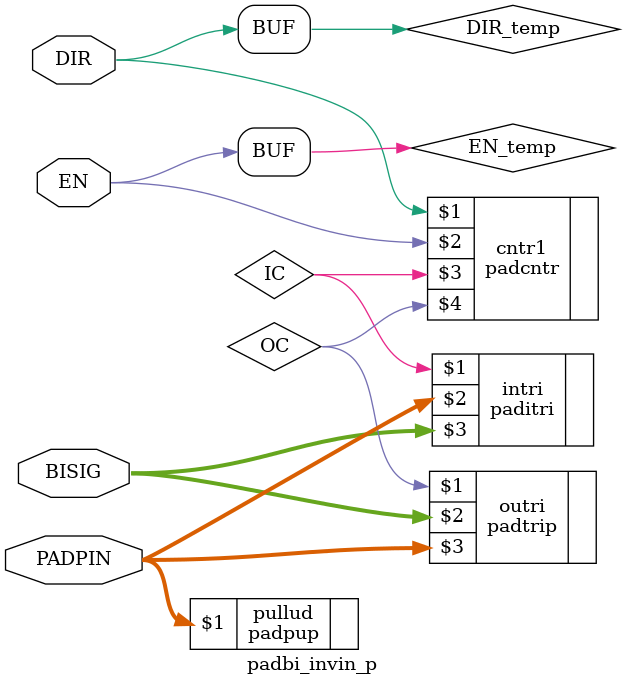
<source format=v>
module padbi_invin_p(EN,DIR,BISIG,PADPIN);
  parameter M = 7;
  parameter N = 0;
  parameter SLIM_FLAG = 0;
  parameter OUTDRIVE = "4MA";
  parameter LEVEL_SHIFTING = 0;
  parameter SCHMITT_TRIGGER = 0;
  parameter PULL_TYPE = "None";
  parameter
        d_EN_r = 0,
        d_EN_f = 0,
        d_DIR_r = 0,
        d_DIR_f = 0,
        d_BISIG = 1,
        d_PADPIN = 1;
  input  EN;
  input  DIR;
  inout [M:N] BISIG;
  inout [M:N] PADPIN;
  wire  EN_temp;
  wire  DIR_temp;
  wire [M:N] BISIG_temp;
  wire [M:N] PADPIN_temp;
  wire  IC;
  wire  OC;
  assign #(d_EN_r,d_EN_f) EN_temp = EN;
  assign #(d_DIR_r,d_DIR_f) DIR_temp = DIR;
  padpup #(M,N,PULL_TYPE) pullud (PADPIN);
  padtrip #(M,N,PULL_TYPE) outri (OC,BISIG,PADPIN);
  paditri #(M,N) intri (IC,PADPIN,BISIG);
  padcntr cntr1 (DIR_temp,EN_temp,IC,OC);
endmodule

</source>
